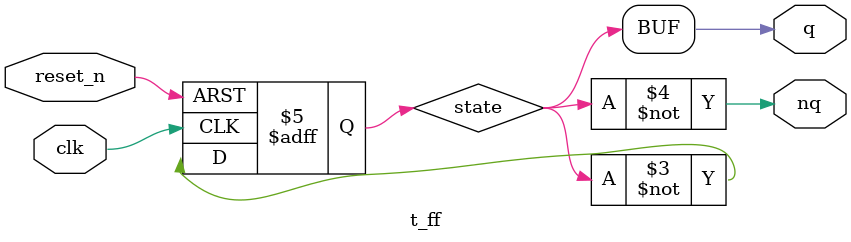
<source format=v>
`timescale 1ns / 1ps

module t_ff
(
    input clk, reset_n,
    output q, nq
);

    reg state;
       
always @ (posedge clk or negedge reset_n)
begin
    if(~reset_n)
        state <= 1'b0;
    else
        state <= ~state;
end

    assign q = state;
    assign nq = ~state;

endmodule
</source>
